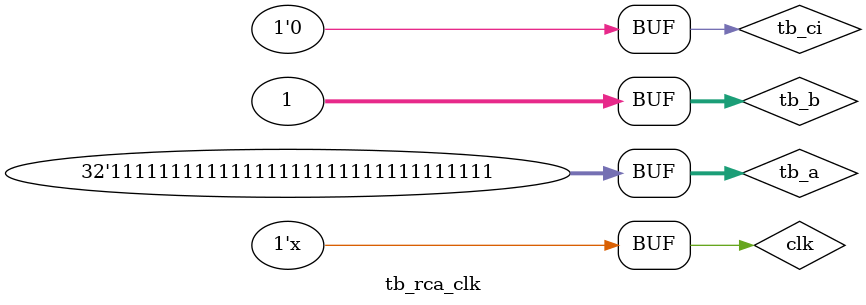
<source format=v>
`timescale  1ns/100ps

module tb_rca_clk;//testbench module name
	reg clk;// 1bit reg clk
	reg [31:0] tb_a, tb_b;// 32bit reg tb_a,tb_b
	reg tb_ci;// 1bit reg tb_ci
	wire [31:0] tb_s_rca;// 32bit wire 
	wire tb_co_rca;// 1bit wire
	 
	parameter STEP = 10; // step division
	
	// instance name u0_rca_clk, use rca_clk module
	rca_clk u0_rca_clk(.clk(clk), .a(tb_a), .b(tb_b), .ci(tb_ci), .s(tb_s_rca), .co(tb_co_rca));
	
	always #(STEP/2) clk = ~clk; // clk repeat
	
	initial begin// start testcase
		clk = 1'b1;	
		tb_a=32'h00000001; tb_b=32'h00000000; tb_ci=1'b0; #(STEP); //  testcase, check positive edge 
		tb_a=32'h00000001; tb_b=32'h00000001; tb_ci=1'b0; #(STEP); //  testcase, check carry calculate
		tb_a=32'h01010101; tb_b=32'h01010101; tb_ci=1'b1; #(STEP); //  testcase, check all carry out is calculate acurrately
		tb_a=32'h11111111; tb_b=32'h00000001; tb_ci=1'b0; #(STEP); //  testcase, check carry out occur
	   tb_a=32'hffffffff; tb_b=32'h00000000; tb_ci=1'b1; #(STEP); //  testcase, check carry, and s, with carry in
		tb_a=32'hffffffff; tb_b=32'h00000001; tb_ci=1'b0; #(STEP); //  testcase, check carry and s without carry in
		
	end// end block
		
endmodule

</source>
